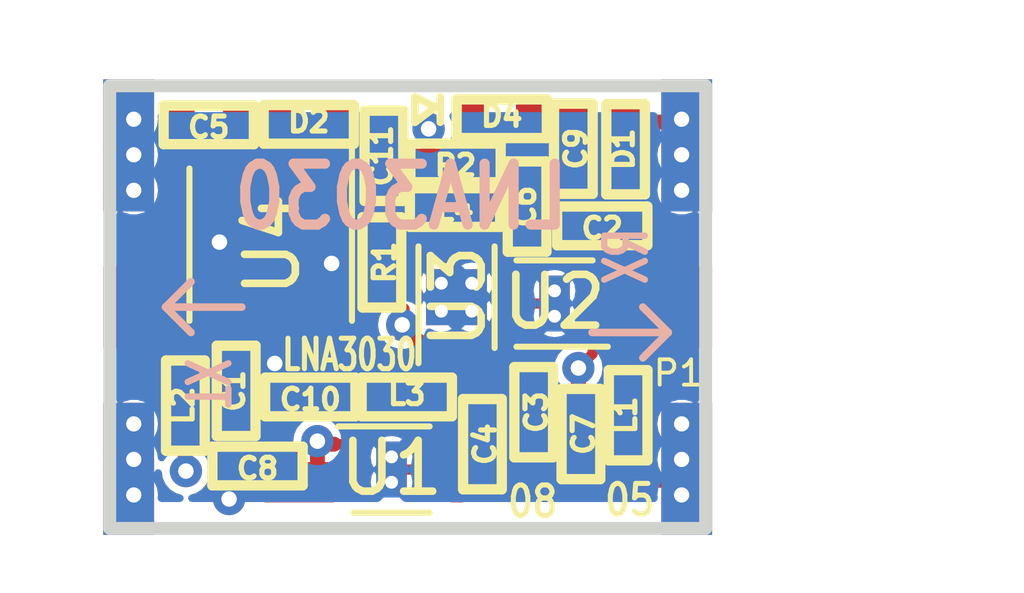
<source format=kicad_pcb>
(kicad_pcb (version 20221018) (generator pcbnew)
  (title_block (title "LNA3030") (date "2020-08-05") (company "Copyright (c) 2014-2020 Great Scott Gadgets <info@greatscottgadgets.com>") (comment 1 "Licensed under the CERN-OHL-P v2"))
  (layers (0 "F.Cu" signal) (1 "In1.Cu" signal) (2 "In2.Cu" signal) (31 "B.Cu" signal) (34 "B.Paste" user) (35 "F.Paste" user) (36 "B.SilkS" user "B.Silkscreen") (37 "F.SilkS" user "F.Silkscreen") (38 "B.Mask" user) (39 "F.Mask" user) (44 "Edge.Cuts" user))
  (net 0 "")
  (net 1 "GND")
  (net 2 "VCC")
  (net 3 "Net-(C1-Pad1)")
  (net 4 "Net-(C1-Pad2)")
  (net 5 "Net-(C2-Pad1)")
  (net 6 "Net-(C2-Pad2)")
  (net 7 "Net-(C5-Pad1)")
  (net 8 "Net-(C5-Pad2)")
  (net 9 "Net-(C10-Pad2)")
  (net 10 "Net-(D4-Pad2)")
  (net 11 "Net-(C6-Pad1)")
  (net 12 "Net-(C6-Pad2)")
  (net 13 "Net-(R1-Pad2)")
  (net 14 "Net-(C3-Pad1)")
  (net 15 "Net-(C3-Pad2)")
  (net 16 "Net-(C4-Pad1)")
  (net 17 "Net-(C4-Pad2)")
  (footprint "gsg-modules:0402" (layer "F.Cu") (at 134.28 102.5 90)
    (fp_text reference "C7" (at 0 0.0508 90) (layer "F.SilkS") (effects (font (size 0.4064 0.4064) (thickness 0.1016))))
    (fp_text value "100pF" hide)
    (fp_line (start -0.889 -0.381) (end 0.889 -0.381) (stroke (width 0.2032)) (layer "F.SilkS"))
    (fp_line (start -0.889 0.381) (end -0.889 -0.381) (stroke (width 0.2032)) (layer "F.SilkS"))
    (fp_line (start 0.889 -0.381) (end 0.889 0.381) (stroke (width 0.2032)) (layer "F.SilkS"))
    (fp_line (start 0.889 0.381) (end -0.889 0.381) (stroke (width 0.2032)) (layer "F.SilkS"))
    (pad "1" smd rect (at -0.5334 0 90) (size 0.508 0.5588) (layers "F.Cu" "F.Paste" "F.Mask") (net 1 "GND"))
    (pad "2" smd rect (at 0.5334 0 90) (size 0.508 0.5588) (layers "F.Cu" "F.Paste" "F.Mask") (net 2 "VCC"))
  )
  (footprint "gsg-modules:0402" (layer "F.Cu") (at 126.95 96.41)
    (fp_text reference "C5" (at 0 0.0508) (layer "F.SilkS") (effects (font (size 0.4064 0.4064) (thickness 0.1016))))
    (fp_text value "47pF" hide)
    (fp_line (start -0.889 -0.381) (end 0.889 -0.381) (stroke (width 0.2032)) (layer "F.SilkS"))
    (fp_line (start -0.889 0.381) (end -0.889 -0.381) (stroke (width 0.2032)) (layer "F.SilkS"))
    (fp_line (start 0.889 -0.381) (end 0.889 0.381) (stroke (width 0.2032)) (layer "F.SilkS"))
    (fp_line (start 0.889 0.381) (end -0.889 0.381) (stroke (width 0.2032)) (layer "F.SilkS"))
    (pad "1" smd rect (at -0.5334 0) (size 0.508 0.5588) (layers "F.Cu" "F.Paste" "F.Mask") (net 7 "Net-(C5-Pad1)"))
    (pad "2" smd rect (at 0.5334 0) (size 0.508 0.5588) (layers "F.Cu" "F.Paste" "F.Mask") (net 8 "Net-(C5-Pad2)"))
  )
  (footprint "gsg-modules:0402" (layer "F.Cu") (at 127.49 101.65 -90)
    (fp_text reference "C1" (at 0 0.0508 90) (layer "F.SilkS") (effects (font (size 0.4064 0.4064) (thickness 0.1016))))
    (fp_text value "47pF" hide)
    (fp_line (start -0.889 -0.381) (end 0.889 -0.381) (stroke (width 0.2032)) (layer "F.SilkS"))
    (fp_line (start -0.889 0.381) (end -0.889 -0.381) (stroke (width 0.2032)) (layer "F.SilkS"))
    (fp_line (start 0.889 -0.381) (end 0.889 0.381) (stroke (width 0.2032)) (layer "F.SilkS"))
    (fp_line (start 0.889 0.381) (end -0.889 0.381) (stroke (width 0.2032)) (layer "F.SilkS"))
    (pad "1" smd rect (at -0.5334 0 270) (size 0.508 0.5588) (layers "F.Cu" "F.Paste" "F.Mask") (net 3 "Net-(C1-Pad1)"))
    (pad "2" smd rect (at 0.5334 0 270) (size 0.508 0.5588) (layers "F.Cu" "F.Paste" "F.Mask") (net 4 "Net-(C1-Pad2)"))
  )
  (footprint "gsg-modules:0402" (layer "F.Cu") (at 128.92 96.4 180)
    (fp_text reference "D2" (at 0 0.0508) (layer "F.SilkS") (effects (font (size 0.4064 0.4064) (thickness 0.1016))))
    (fp_text value "D_TVS" hide)
    (fp_line (start -0.889 -0.381) (end 0.889 -0.381) (stroke (width 0.2032)) (layer "F.SilkS"))
    (fp_line (start -0.889 0.381) (end -0.889 -0.381) (stroke (width 0.2032)) (layer "F.SilkS"))
    (fp_line (start 0.889 -0.381) (end 0.889 0.381) (stroke (width 0.2032)) (layer "F.SilkS"))
    (fp_line (start 0.889 0.381) (end -0.889 0.381) (stroke (width 0.2032)) (layer "F.SilkS"))
    (pad "1" smd rect (at -0.5334 0 180) (size 0.508 0.5588) (layers "F.Cu" "F.Paste" "F.Mask") (net 1 "GND"))
    (pad "2" smd rect (at 0.5334 0 180) (size 0.508 0.5588) (layers "F.Cu" "F.Paste" "F.Mask") (net 8 "Net-(C5-Pad2)"))
  )
  (footprint "gsg-modules:0402" (layer "F.Cu") (at 128.95 101.77)
    (fp_text reference "C10" (at 0 0.0508) (layer "F.SilkS") (effects (font (size 0.4064 0.4064) (thickness 0.1016))))
    (fp_text value "1uF" hide)
    (fp_line (start -0.889 -0.381) (end 0.889 -0.381) (stroke (width 0.2032)) (layer "F.SilkS"))
    (fp_line (start -0.889 0.381) (end -0.889 -0.381) (stroke (width 0.2032)) (layer "F.SilkS"))
    (fp_line (start 0.889 -0.381) (end 0.889 0.381) (stroke (width 0.2032)) (layer "F.SilkS"))
    (fp_line (start 0.889 0.381) (end -0.889 0.381) (stroke (width 0.2032)) (layer "F.SilkS"))
    (pad "1" smd rect (at -0.5334 0) (size 0.508 0.5588) (layers "F.Cu" "F.Paste" "F.Mask") (net 1 "GND"))
    (pad "2" smd rect (at 0.5334 0) (size 0.508 0.5588) (layers "F.Cu" "F.Paste" "F.Mask") (net 9 "Net-(C10-Pad2)"))
  )
  (footprint "gsg-modules:0402" (layer "F.Cu") (at 133.22 98.02 -90)
    (fp_text reference "C6" (at 0 0.0508 90) (layer "F.SilkS") (effects (font (size 0.4064 0.4064) (thickness 0.1016))))
    (fp_text value "47pF" hide)
    (fp_line (start -0.889 -0.381) (end 0.889 -0.381) (stroke (width 0.2032)) (layer "F.SilkS"))
    (fp_line (start -0.889 0.381) (end -0.889 -0.381) (stroke (width 0.2032)) (layer "F.SilkS"))
    (fp_line (start 0.889 -0.381) (end 0.889 0.381) (stroke (width 0.2032)) (layer "F.SilkS"))
    (fp_line (start 0.889 0.381) (end -0.889 0.381) (stroke (width 0.2032)) (layer "F.SilkS"))
    (pad "1" smd rect (at -0.5334 0 270) (size 0.508 0.5588) (layers "F.Cu" "F.Paste" "F.Mask") (net 11 "Net-(C6-Pad1)"))
    (pad "2" smd rect (at 0.5334 0 270) (size 0.508 0.5588) (layers "F.Cu" "F.Paste" "F.Mask") (net 12 "Net-(C6-Pad2)"))
  )
  (footprint "gsg-modules:0402" (layer "F.Cu") (at 134.7 98.4)
    (fp_text reference "C2" (at 0 0.0508) (layer "F.SilkS") (effects (font (size 0.4064 0.4064) (thickness 0.1016))))
    (fp_text value "47pF" hide)
    (fp_line (start -0.889 -0.381) (end 0.889 -0.381) (stroke (width 0.2032)) (layer "F.SilkS"))
    (fp_line (start -0.889 0.381) (end -0.889 -0.381) (stroke (width 0.2032)) (layer "F.SilkS"))
    (fp_line (start 0.889 -0.381) (end 0.889 0.381) (stroke (width 0.2032)) (layer "F.SilkS"))
    (fp_line (start 0.889 0.381) (end -0.889 0.381) (stroke (width 0.2032)) (layer "F.SilkS"))
    (pad "1" smd rect (at -0.5334 0) (size 0.508 0.5588) (layers "F.Cu" "F.Paste" "F.Mask") (net 5 "Net-(C2-Pad1)"))
    (pad "2" smd rect (at 0.5334 0) (size 0.508 0.5588) (layers "F.Cu" "F.Paste" "F.Mask") (net 6 "Net-(C2-Pad2)"))
  )
  (footprint "gsg-modules:0402" (layer "F.Cu") (at 130.4 97.02 -90)
    (fp_text reference "C11" (at 0 0.0508 90) (layer "F.SilkS") (effects (font (size 0.4064 0.4064) (thickness 0.1016))))
    (fp_text value "1uF" hide)
    (fp_line (start -0.889 -0.381) (end 0.889 -0.381) (stroke (width 0.2032)) (layer "F.SilkS"))
    (fp_line (start -0.889 0.381) (end -0.889 -0.381) (stroke (width 0.2032)) (layer "F.SilkS"))
    (fp_line (start 0.889 -0.381) (end 0.889 0.381) (stroke (width 0.2032)) (layer "F.SilkS"))
    (fp_line (start 0.889 0.381) (end -0.889 0.381) (stroke (width 0.2032)) (layer "F.SilkS"))
    (pad "1" smd rect (at -0.5334 0 270) (size 0.508 0.5588) (layers "F.Cu" "F.Paste" "F.Mask") (net 1 "GND"))
    (pad "2" smd rect (at 0.5334 0 270) (size 0.508 0.5588) (layers "F.Cu" "F.Paste" "F.Mask") (net 2 "VCC"))
  )
  (footprint "gsg-modules:0402" (layer "F.Cu") (at 130.36 99.12 90)
    (fp_text reference "R1" (at 0 0.0508 90) (layer "F.SilkS") (effects (font (size 0.4064 0.4064) (thickness 0.1016))))
    (fp_text value "3k" hide)
    (fp_line (start -0.889 -0.381) (end 0.889 -0.381) (stroke (width 0.2032)) (layer "F.SilkS"))
    (fp_line (start -0.889 0.381) (end -0.889 -0.381) (stroke (width 0.2032)) (layer "F.SilkS"))
    (fp_line (start 0.889 -0.381) (end 0.889 0.381) (stroke (width 0.2032)) (layer "F.SilkS"))
    (fp_line (start 0.889 0.381) (end -0.889 0.381) (stroke (width 0.2032)) (layer "F.SilkS"))
    (pad "1" smd rect (at -0.5334 0 90) (size 0.508 0.5588) (layers "F.Cu" "F.Paste" "F.Mask") (net 2 "VCC"))
    (pad "2" smd rect (at 0.5334 0 90) (size 0.508 0.5588) (layers "F.Cu" "F.Paste" "F.Mask") (net 13 "Net-(R1-Pad2)"))
  )
  (footprint "gsg-modules:0402" (layer "F.Cu") (at 131.81 97.16)
    (fp_text reference "R2" (at 0 0.0508) (layer "F.SilkS") (effects (font (size 0.4064 0.4064) (thickness 0.1016))))
    (fp_text value "470" hide)
    (fp_line (start -0.889 -0.381) (end 0.889 -0.381) (stroke (width 0.2032)) (layer "F.SilkS"))
    (fp_line (start -0.889 0.381) (end -0.889 -0.381) (stroke (width 0.2032)) (layer "F.SilkS"))
    (fp_line (start 0.889 -0.381) (end 0.889 0.381) (stroke (width 0.2032)) (layer "F.SilkS"))
    (fp_line (start 0.889 0.381) (end -0.889 0.381) (stroke (width 0.2032)) (layer "F.SilkS"))
    (pad "1" smd rect (at -0.5334 0) (size 0.508 0.5588) (layers "F.Cu" "F.Paste" "F.Mask") (net 2 "VCC"))
    (pad "2" smd rect (at 0.5334 0) (size 0.508 0.5588) (layers "F.Cu" "F.Paste" "F.Mask") (net 10 "Net-(D4-Pad2)"))
  )
  (footprint "gsg-modules:0402" (layer "F.Cu") (at 135.16 96.89 -90)
    (fp_text reference "D1" (at 0 0.0508 90) (layer "F.SilkS") (effects (font (size 0.4064 0.4064) (thickness 0.1016))))
    (fp_text value "D_TVS" hide)
    (fp_line (start -0.889 -0.381) (end 0.889 -0.381) (stroke (width 0.2032)) (layer "F.SilkS"))
    (fp_line (start -0.889 0.381) (end -0.889 -0.381) (stroke (width 0.2032)) (layer "F.SilkS"))
    (fp_line (start 0.889 -0.381) (end 0.889 0.381) (stroke (width 0.2032)) (layer "F.SilkS"))
    (fp_line (start 0.889 0.381) (end -0.889 0.381) (stroke (width 0.2032)) (layer "F.SilkS"))
    (pad "1" smd rect (at -0.5334 0 270) (size 0.508 0.5588) (layers "F.Cu" "F.Paste" "F.Mask") (net 1 "GND"))
    (pad "2" smd rect (at 0.5334 0 270) (size 0.508 0.5588) (layers "F.Cu" "F.Paste" "F.Mask") (net 6 "Net-(C2-Pad2)"))
  )
  (footprint "gsg-modules:0402" (layer "F.Cu") (at 130.85 101.77 180)
    (fp_text reference "L3" (at 0 0.0508) (layer "F.SilkS") (effects (font (size 0.4064 0.4064) (thickness 0.1016))))
    (fp_text value "100nH" hide)
    (fp_line (start -0.889 -0.381) (end 0.889 -0.381) (stroke (width 0.2032)) (layer "F.SilkS"))
    (fp_line (start -0.889 0.381) (end -0.889 -0.381) (stroke (width 0.2032)) (layer "F.SilkS"))
    (fp_line (start 0.889 -0.381) (end 0.889 0.381) (stroke (width 0.2032)) (layer "F.SilkS"))
    (fp_line (start 0.889 0.381) (end -0.889 0.381) (stroke (width 0.2032)) (layer "F.SilkS"))
    (pad "1" smd rect (at -0.5334 0 180) (size 0.508 0.5588) (layers "F.Cu" "F.Paste" "F.Mask") (net 17 "Net-(C4-Pad2)"))
    (pad "2" smd rect (at 0.5334 0 180) (size 0.508 0.5588) (layers "F.Cu" "F.Paste" "F.Mask") (net 9 "Net-(C10-Pad2)"))
  )
  (footprint "gsg-modules:GRF6011" (layer "F.Cu") (at 133.76 99.93 180)
    (fp_text reference "U2" (at 0 0.03) (layer "F.SilkS"))
    (fp_text value "SWITCH")
    (fp_line (start 0.75 -0.85) (end -1.05 -0.85) (stroke (width 0.12)) (layer "F.SilkS"))
    (fp_line (start 0.75 0.85) (end -0.75 0.85) (stroke (width 0.12)) (layer "F.SilkS"))
    (pad "1" smd rect (at -0.75 -0.5 180) (size 0.4 0.2) (layers "F.Cu" "F.Paste" "F.Mask") (net 2 "VCC"))
    (pad "2" smd rect (at -0.75 0 180) (size 0.4 0.2) (layers "F.Cu" "F.Paste" "F.Mask") (net 2 "VCC"))
    (pad "3" smd rect (at -0.75 0.5 180) (size 0.4 0.2) (layers "F.Cu" "F.Paste" "F.Mask") (net 5 "Net-(C2-Pad1)"))
    (pad "4" smd rect (at 0.75 0.5 180) (size 0.4 0.2) (layers "F.Cu" "F.Paste" "F.Mask") (net 12 "Net-(C6-Pad2)"))
    (pad "5" smd rect (at 0.75 0 180) (size 0.4 0.2) (layers "F.Cu" "F.Paste" "F.Mask") (net 1 "GND"))
    (pad "6" smd rect (at 0.75 -0.5 180) (size 0.4 0.2) (layers "F.Cu" "F.Paste" "F.Mask") (net 15 "Net-(C3-Pad2)"))
    (pad "7" smd rect (at 0 -0.45 180) (size 0.6 0.2) (layers "F.Cu" "F.Paste") (net 1 "GND"))
    (pad "7" thru_hole circle (at 0 -0.25 180) (size 0.508 0.508) (drill 0.254) (layers "*.Cu" "*.Mask") (net 1 "GND"))
    (pad "7" smd rect (at 0 0 180) (size 0.6 0.3) (layers "F.Cu" "F.Paste") (net 1 "GND"))
    (pad "7" smd rect (at 0 0 180) (size 0.6 1.1) (layers "F.Cu" "F.Mask") (net 1 "GND"))
    (pad "7" smd rect (at 0 0 180) (size 0.6 1.1) (layers "B.Cu") (net 1 "GND"))
    (pad "7" thru_hole circle (at 0 0.25 180) (size 0.508 0.508) (drill 0.254) (layers "*.Cu" "*.Mask") (net 1 "GND"))
    (pad "7" smd rect (at 0 0.45 180) (size 0.6 0.2) (layers "F.Cu" "F.Paste") (net 1 "GND"))
  )
  (footprint "gsg-modules:TSLP-7-1" (layer "F.Cu") (at 131.83 99.805)
    (fp_text reference "U3" (at 0.03 -0.01 90) (layer "F.SilkS"))
    (fp_text value "LNA")
    (fp_line (start -0.75 -1) (end -0.75 1.3) (stroke (width 0.12)) (layer "F.SilkS"))
    (fp_line (start 0.75 -1) (end 0.75 1) (stroke (width 0.12)) (layer "F.SilkS"))
    (pad "1" smd rect (at -0.5 0.925) (size 0.3 0.35) (layers "F.Cu" "F.Paste" "F.Mask") (net 2 "VCC"))
    (pad "2" smd rect (at 0 0.925) (size 0.3 0.35) (layers "F.Cu" "F.Paste" "F.Mask") (net 9 "Net-(C10-Pad2)"))
    (pad "3" smd rect (at 0.5 0.925) (size 0.3 0.35) (layers "F.Cu" "F.Paste" "F.Mask") (net 17 "Net-(C4-Pad2)"))
    (pad "4" smd rect (at 0.5 -0.925) (size 0.3 0.35) (layers "F.Cu" "F.Paste" "F.Mask") (net 11 "Net-(C6-Pad1)"))
    (pad "5" smd rect (at 0 -0.925) (size 0.3 0.35) (layers "F.Cu" "F.Paste" "F.Mask") (net 2 "VCC"))
    (pad "6" smd rect (at -0.5 -0.925) (size 0.3 0.35) (layers "F.Cu" "F.Paste" "F.Mask") (net 13 "Net-(R1-Pad2)"))
    (pad "7" smd rect (at -0.45 -0.4) (size 0.3 0.3) (layers "F.Cu" "F.Paste") (net 1 "GND"))
    (pad "7" smd rect (at -0.45 0) (size 0.3 0.3) (layers "F.Cu" "F.Paste") (net 1 "GND"))
    (pad "7" smd rect (at -0.45 0.4) (size 0.3 0.3) (layers "F.Cu" "F.Paste") (net 1 "GND"))
    (pad "7" thru_hole circle (at -0.3 -0.275) (size 0.5 0.5) (drill 0.254) (layers "*.Cu" "*.Mask") (net 1 "GND"))
    (pad "7" thru_hole circle (at -0.3 0.275) (size 0.5 0.5) (drill 0.254) (layers "*.Cu" "*.Mask") (net 1 "GND"))
    (pad "7" smd rect (at 0 -0.4) (size 0.3 0.3) (layers "F.Cu" "F.Paste") (net 1 "GND"))
    (pad "7" smd rect (at 0 0) (size 0.3 0.3) (layers "F.Cu" "F.Paste") (net 1 "GND"))
    (pad "7" smd rect (at 0 0) (size 1.2 1.1) (layers "F.Cu" "F.Mask") (net 1 "GND"))
    (pad "7" smd rect (at 0 0) (size 1.2 1.1) (layers "B.Cu") (net 1 "GND"))
    (pad "7" smd rect (at 0 0.4) (size 0.3 0.3) (layers "F.Cu" "F.Paste") (net 1 "GND"))
    (pad "7" thru_hole circle (at 0.3 -0.275) (size 0.5 0.5) (drill 0.254) (layers "*.Cu" "*.Mask") (net 1 "GND"))
    (pad "7" thru_hole circle (at 0.3 0.275) (size 0.5 0.5) (drill 0.254) (layers "*.Cu" "*.Mask") (net 1 "GND"))
    (pad "7" smd rect (at 0.45 -0.4) (size 0.3 0.3) (layers "F.Cu" "F.Paste") (net 1 "GND"))
    (pad "7" smd rect (at 0.45 0) (size 0.3 0.3) (layers "F.Cu" "F.Paste") (net 1 "GND"))
    (pad "7" smd rect (at 0.45 0.4) (size 0.3 0.3) (layers "F.Cu" "F.Paste") (net 1 "GND"))
  )
  (footprint "gsg-modules:0402" (layer "F.Cu") (at 135.21 102.13 -90)
    (fp_text reference "L1" (at 0 0.0508 90) (layer "F.SilkS") (effects (font (size 0.4064 0.4064) (thickness 0.1016))))
    (fp_text value "100nH" hide)
    (fp_line (start -0.889 -0.381) (end 0.889 -0.381) (stroke (width 0.2032)) (layer "F.SilkS"))
    (fp_line (start -0.889 0.381) (end -0.889 -0.381) (stroke (width 0.2032)) (layer "F.SilkS"))
    (fp_line (start 0.889 -0.381) (end 0.889 0.381) (stroke (width 0.2032)) (layer "F.SilkS"))
    (fp_line (start 0.889 0.381) (end -0.889 0.381) (stroke (width 0.2032)) (layer "F.SilkS"))
    (pad "1" smd rect (at -0.5334 0 270) (size 0.508 0.5588) (layers "F.Cu" "F.Paste" "F.Mask") (net 6 "Net-(C2-Pad2)"))
    (pad "2" smd rect (at 0.5334 0 270) (size 0.508 0.5588) (layers "F.Cu" "F.Paste" "F.Mask") (net 2 "VCC"))
  )
  (footprint "gsg-modules:0402" (layer "F.Cu") (at 131.8 98.04)
    (fp_text reference "L4" (at 0 0.0508) (layer "F.SilkS") (effects (font (size 0.4064 0.4064) (thickness 0.1016))))
    (fp_text value "100nH" hide)
    (fp_line (start -0.889 -0.381) (end 0.889 -0.381) (stroke (width 0.2032)) (layer "F.SilkS"))
    (fp_line (start -0.889 0.381) (end -0.889 -0.381) (stroke (width 0.2032)) (layer "F.SilkS"))
    (fp_line (start 0.889 -0.381) (end 0.889 0.381) (stroke (width 0.2032)) (layer "F.SilkS"))
    (fp_line (start 0.889 0.381) (end -0.889 0.381) (stroke (width 0.2032)) (layer "F.SilkS"))
    (pad "1" smd rect (at -0.5334 0) (size 0.508 0.5588) (layers "F.Cu" "F.Paste" "F.Mask") (net 2 "VCC"))
    (pad "2" smd rect (at 0.5334 0) (size 0.508 0.5588) (layers "F.Cu" "F.Paste" "F.Mask") (net 11 "Net-(C6-Pad1)"))
  )
  (footprint "gsg-modules:0402" (layer "F.Cu") (at 134.13 96.88 90)
    (fp_text reference "C9" (at 0 0.0508 90) (layer "F.SilkS") (effects (font (size 0.4064 0.4064) (thickness 0.1016))))
    (fp_text value "1pF" hide)
    (fp_line (start -0.889 -0.381) (end 0.889 -0.381) (stroke (width 0.2032)) (layer "F.SilkS"))
    (fp_line (start -0.889 0.381) (end -0.889 -0.381) (stroke (width 0.2032)) (layer "F.SilkS"))
    (fp_line (start 0.889 -0.381) (end 0.889 0.381) (stroke (width 0.2032)) (layer "F.SilkS"))
    (fp_line (start 0.889 0.381) (end -0.889 0.381) (stroke (width 0.2032)) (layer "F.SilkS"))
    (pad "1" smd rect (at -0.5334 0 90) (size 0.508 0.5588) (layers "F.Cu" "F.Paste" "F.Mask") (net 5 "Net-(C2-Pad1)"))
    (pad "2" smd rect (at 0.5334 0 90) (size 0.508 0.5588) (layers "F.Cu" "F.Paste" "F.Mask") (net 1 "GND"))
  )
  (footprint "LNA3030:DCC6C" (layer "F.Cu") (at 128.17 98.77 -90)
    (fp_text reference "U4" (at 0 -0.03 90) (layer "F.SilkS"))
    (fp_text value "SAW-DCC6C")
    (fp_line (start -1.9 -1.6) (end 1.5 -1.6) (stroke (width 0.12)) (layer "F.SilkS"))
    (fp_line (start 1.5 1.6) (end -1.5 1.6) (stroke (width 0.12)) (layer "F.SilkS"))
    (pad "1" smd rect (at -0.85 -1.2 270) (size 1.75 0.65) (layers "F.Cu" "F.Paste" "F.Mask") (net 1 "GND"))
    (pad "2" smd rect (at -1.225 0 270) (size 1 0.65) (layers "F.Cu" "F.Paste" "F.Mask") (net 8 "Net-(C5-Pad2)"))
    (pad "3" smd rect (at -1.225 1.2 270) (size 1 0.65) (layers "F.Cu" "F.Paste" "F.Mask") (net 1 "GND"))
    (pad "4" smd rect (at 1.225 1.2 90) (size 1 0.65) (layers "F.Cu" "F.Paste" "F.Mask") (net 1 "GND"))
    (pad "5" smd rect (at 1.225 0 270) (size 1 0.65) (layers "F.Cu" "F.Paste" "F.Mask") (net 3 "Net-(C1-Pad1)"))
    (pad "6" smd rect (at 1.225 -1.2 270) (size 1 0.65) (layers "F.Cu" "F.Paste" "F.Mask") (net 1 "GND"))
  )
  (footprint "gsg-modules:0402" (layer "F.Cu") (at 126.49 101.94 -90)
    (fp_text reference "L2" (at 0 0.0508 90) (layer "F.SilkS") (effects (font (size 0.4064 0.4064) (thickness 0.1016))))
    (fp_text value "100nH" hide)
    (fp_line (start -0.889 -0.381) (end 0.889 -0.381) (stroke (width 0.2032)) (layer "F.SilkS"))
    (fp_line (start -0.889 0.381) (end -0.889 -0.381) (stroke (width 0.2032)) (layer "F.SilkS"))
    (fp_line (start 0.889 -0.381) (end 0.889 0.381) (stroke (width 0.2032)) (layer "F.SilkS"))
    (fp_line (start 0.889 0.381) (end -0.889 0.381) (stroke (width 0.2032)) (layer "F.SilkS"))
    (pad "1" smd rect (at -0.5334 0 270) (size 0.508 0.5588) (layers "F.Cu" "F.Paste" "F.Mask") (net 7 "Net-(C5-Pad1)"))
    (pad "2" smd rect (at 0.5334 0 270) (size 0.508 0.5588) (layers "F.Cu" "F.Paste" "F.Mask") (net 2 "VCC"))
  )
  (footprint "gsg-modules:0402" (layer "F.Cu") (at 132.72 96.29 180)
    (fp_text reference "D4" (at 0 0.0508) (layer "F.SilkS") (effects (font (size 0.4064 0.4064) (thickness 0.1016))))
    (fp_text value "LNALED" hide)
    (fp_line (start -0.889 -0.381) (end 0.889 -0.381) (stroke (width 0.2032)) (layer "F.SilkS"))
    (fp_line (start -0.889 0.381) (end -0.889 -0.381) (stroke (width 0.2032)) (layer "F.SilkS"))
    (fp_line (start 0.889 -0.381) (end 0.889 0.381) (stroke (width 0.2032)) (layer "F.SilkS"))
    (fp_line (start 0.889 0.381) (end -0.889 0.381) (stroke (width 0.2032)) (layer "F.SilkS"))
    (pad "1" smd rect (at -0.5334 0 180) (size 0.508 0.5588) (layers "F.Cu" "F.Paste" "F.Mask") (net 1 "GND"))
    (pad "2" smd rect (at 0.5334 0 180) (size 0.508 0.5588) (layers "F.Cu" "F.Paste" "F.Mask") (net 10 "Net-(D4-Pad2)"))
  )
  (footprint "gsg-modules:SMA-KIT-1.5MF" (layer "F.Cu") (at 136.863 100 180)
    (fp_text reference "P1" (at 0.663 -1.3) (layer "F.SilkS") (effects (font (size 0.5 0.5) (thickness 0.075))))
    (fp_text value "SMA-KIT-1.5MF")
    (pad "1" smd rect (at 0.75 0 180) (size 1.5 1.6) (layers "F.Cu" "F.Mask") (net 6 "Net-(C2-Pad2)"))
    (pad "2" smd rect (at 0.5 -3.185 180) (size 1 2.6) (layers "F.Cu" "F.Mask") (net 1 "GND"))
    (pad "2" smd rect (at 0.5 -3.185 180) (size 1 2.6) (layers "B.Cu" "B.Mask") (net 1 "GND"))
    (pad "2" smd rect (at 0.5 3.185 180) (size 1 2.6) (layers "F.Cu" "F.Mask") (net 1 "GND"))
    (pad "2" smd rect (at 0.5 3.185 180) (size 1 2.6) (layers "B.Cu" "B.Mask") (net 1 "GND"))
    (pad "2" thru_hole circle (at 0.6 -3.7 180) (size 0.64 0.64) (drill 0.3) (layers "*.Cu" "*.Mask") (net 1 "GND"))
    (pad "2" thru_hole circle (at 0.6 -3 180) (size 0.64 0.64) (drill 0.3) (layers "*.Cu" "*.Mask") (net 1 "GND"))
    (pad "2" thru_hole circle (at 0.6 -2.3 180) (size 0.64 0.64) (drill 0.3) (layers "*.Cu" "*.Mask") (net 1 "GND"))
    (pad "2" thru_hole circle (at 0.6 2.3 180) (size 0.64 0.64) (drill 0.3) (layers "*.Cu" "*.Mask") (net 1 "GND"))
    (pad "2" thru_hole circle (at 0.6 3 180) (size 0.64 0.64) (drill 0.3) (layers "*.Cu" "*.Mask") (net 1 "GND"))
    (pad "2" thru_hole circle (at 0.6 3.7 180) (size 0.64 0.64) (drill 0.3) (layers "*.Cu" "*.Mask") (net 1 "GND"))
    (pad "3" smd rect (at 11.24 0) (size 1.5 1.6) (layers "F.Cu" "F.Mask") (net 7 "Net-(C5-Pad1)"))
    (pad "4" thru_hole circle (at 11.39 -3.7) (size 0.64 0.64) (drill 0.3) (layers "*.Cu" "*.Mask") (net 1 "GND"))
    (pad "4" thru_hole circle (at 11.39 -3) (size 0.64 0.64) (drill 0.3) (layers "*.Cu" "*.Mask") (net 1 "GND"))
    (pad "4" thru_hole circle (at 11.39 -2.3) (size 0.64 0.64) (drill 0.3) (layers "*.Cu" "*.Mask") (net 1 "GND"))
    (pad "4" thru_hole circle (at 11.39 2.3) (size 0.64 0.64) (drill 0.3) (layers "*.Cu" "*.Mask") (net 1 "GND"))
    (pad "4" thru_hole circle (at 11.39 3) (size 0.64 0.64) (drill 0.3) (layers "*.Cu" "*.Mask") (net 1 "GND"))
    (pad "4" thru_hole circle (at 11.39 3.7) (size 0.64 0.64) (drill 0.3) (layers "*.Cu" "*.Mask") (net 1 "GND"))
    (pad "4" smd rect (at 11.49 -3.185) (size 1 2.6) (layers "F.Cu" "F.Mask") (net 1 "GND"))
    (pad "4" smd rect (at 11.49 -3.185) (size 1 2.6) (layers "B.Cu" "B.Mask") (net 1 "GND"))
    (pad "4" smd rect (at 11.49 3.185) (size 1 2.6) (layers "F.Cu" "F.Mask") (net 1 "GND"))
    (pad "4" smd rect (at 11.49 3.185) (size 1 2.6) (layers "B.Cu" "B.Mask") (net 1 "GND"))
  )
  (footprint "gsg-modules:0402" (layer "F.Cu") (at 133.35 102.07 90)
    (fp_text reference "C3" (at 0 0.0508 90) (layer "F.SilkS") (effects (font (size 0.4064 0.4064) (thickness 0.1016))))
    (fp_text value "47pF" hide)
    (fp_line (start -0.889 -0.381) (end 0.889 -0.381) (stroke (width 0.2032)) (layer "F.SilkS"))
    (fp_line (start -0.889 0.381) (end -0.889 -0.381) (stroke (width 0.2032)) (layer "F.SilkS"))
    (fp_line (start 0.889 -0.381) (end 0.889 0.381) (stroke (width 0.2032)) (layer "F.SilkS"))
    (fp_line (start 0.889 0.381) (end -0.889 0.381) (stroke (width 0.2032)) (layer "F.SilkS"))
    (pad "1" smd rect (at -0.5334 0 90) (size 0.508 0.5588) (layers "F.Cu" "F.Paste" "F.Mask") (net 14 "Net-(C3-Pad1)"))
    (pad "2" smd rect (at 0.5334 0 90) (size 0.508 0.5588) (layers "F.Cu" "F.Paste" "F.Mask") (net 15 "Net-(C3-Pad2)"))
  )
  (footprint "gsg-modules:0402" (layer "F.Cu") (at 127.91 103.13)
    (fp_text reference "C8" (at 0 0.0508) (layer "F.SilkS") (effects (font (size 0.4064 0.4064) (thickness 0.1016))))
    (fp_text value "100pF" hide)
    (fp_line (start -0.889 -0.381) (end 0.889 -0.381) (stroke (width 0.2032)) (layer "F.SilkS"))
    (fp_line (start -0.889 0.381) (end -0.889 -0.381) (stroke (width 0.2032)) (layer "F.SilkS"))
    (fp_line (start 0.889 -0.381) (end 0.889 0.381) (stroke (width 0.2032)) (layer "F.SilkS"))
    (fp_line (start 0.889 0.381) (end -0.889 0.381) (stroke (width 0.2032)) (layer "F.SilkS"))
    (pad "1" smd rect (at -0.5334 0) (size 0.508 0.5588) (layers "F.Cu" "F.Paste" "F.Mask") (net 1 "GND"))
    (pad "2" smd rect (at 0.5334 0) (size 0.508 0.5588) (layers "F.Cu" "F.Paste" "F.Mask") (net 2 "VCC"))
  )
  (footprint "gsg-modules:0402" (layer "F.Cu") (at 132.34 102.7 90)
    (fp_text reference "C4" (at 0 0.0508 90) (layer "F.SilkS") (effects (font (size 0.4064 0.4064) (thickness 0.1016))))
    (fp_text value "47pF" hide)
    (fp_line (start -0.889 -0.381) (end 0.889 -0.381) (stroke (width 0.2032)) (layer "F.SilkS"))
    (fp_line (start -0.889 0.381) (end -0.889 -0.381) (stroke (width 0.2032)) (layer "F.SilkS"))
    (fp_line (start 0.889 -0.381) (end 0.889 0.381) (stroke (width 0.2032)) (layer "F.SilkS"))
    (fp_line (start 0.889 0.381) (end -0.889 0.381) (stroke (width 0.2032)) (layer "F.SilkS"))
    (pad "1" smd rect (at -0.5334 0 90) (size 0.508 0.5588) (layers "F.Cu" "F.Paste" "F.Mask") (net 16 "Net-(C4-Pad1)"))
    (pad "2" smd rect (at 0.5334 0 90) (size 0.508 0.5588) (layers "F.Cu" "F.Paste" "F.Mask") (net 17 "Net-(C4-Pad2)"))
  )
  (footprint "gsg-modules:GRF6011" (layer "F.Cu") (at 130.55 103.2)
    (fp_text reference "U1" (at 0 -0.03) (layer "F.SilkS"))
    (fp_text value "SWITCH")
    (fp_line (start 0.75 -0.85) (end -1.05 -0.85) (stroke (width 0.12)) (layer "F.SilkS"))
    (fp_line (start 0.75 0.85) (end -0.75 0.85) (stroke (width 0.12)) (layer "F.SilkS"))
    (pad "1" smd rect (at -0.75 -0.5) (size 0.4 0.2) (layers "F.Cu" "F.Paste" "F.Mask") (net 2 "VCC"))
    (pad "2" smd rect (at -0.75 0) (size 0.4 0.2) (layers "F.Cu" "F.Paste" "F.Mask") (net 2 "VCC"))
    (pad "3" smd rect (at -0.75 0.5) (size 0.4 0.2) (layers "F.Cu" "F.Paste" "F.Mask") (net 4 "Net-(C1-Pad2)"))
    (pad "4" smd rect (at 0.75 0.5) (size 0.4 0.2) (layers "F.Cu" "F.Paste" "F.Mask") (net 16 "Net-(C4-Pad1)"))
    (pad "5" smd rect (at 0.75 0) (size 0.4 0.2) (layers "F.Cu" "F.Paste" "F.Mask") (net 1 "GND"))
    (pad "6" smd rect (at 0.75 -0.5) (size 0.4 0.2) (layers "F.Cu" "F.Paste" "F.Mask") (net 14 "Net-(C3-Pad1)"))
    (pad "7" smd rect (at 0 -0.45) (size 0.6 0.2) (layers "F.Cu" "F.Paste") (net 1 "GND"))
    (pad "7" thru_hole circle (at 0 -0.25) (size 0.508 0.508) (drill 0.254) (layers "*.Cu" "*.Mask") (net 1 "GND"))
    (pad "7" smd rect (at 0 0) (size 0.6 0.3) (layers "F.Cu" "F.Paste") (net 1 "GND"))
    (pad "7" smd rect (at 0 0) (size 0.6 1.1) (layers "F.Cu" "F.Mask") (net 1 "GND"))
    (pad "7" smd rect (at 0 0) (size 0.6 1.1) (layers "B.Cu") (net 1 "GND"))
    (pad "7" thru_hole circle (at 0 0.25) (size 0.508 0.508) (drill 0.254) (layers "*.Cu" "*.Mask") (net 1 "GND"))
    (pad "7" smd rect (at 0 0.45) (size 0.6 0.2) (layers "F.Cu" "F.Paste") (net 1 "GND"))
  )
  (gr_line (start 126.6 99.5) (end 126.1 100) (stroke (width 0.15)) (layer "B.SilkS"))
  (gr_line (start 136 100.5) (end 135.5 101) (stroke (width 0.15)) (layer "B.SilkS"))
  (gr_line (start 136 100.5) (end 135.5 100) (stroke (width 0.15)) (layer "B.SilkS"))
  (gr_line (start 126.1 100) (end 126.6 100.5) (stroke (width 0.15)) (layer "B.SilkS"))
  (gr_line (start 136 100.5) (end 134.5 100.5) (stroke (width 0.15)) (layer "B.SilkS"))
  (gr_line (start 126.1 100) (end 127.6 100) (stroke (width 0.15)) (layer "B.SilkS"))
  (gr_line (start 131.41 96.06) (end 131.01 95.86) (stroke (width 0.15)) (layer "F.SilkS"))
  (gr_line (start 131.51 95.86) (end 131.51 96.36) (stroke (width 0.15)) (layer "F.SilkS"))
  (gr_line (start 131.01 95.86) (end 131.01 96.36) (stroke (width 0.15)) (layer "F.SilkS"))
  (gr_line (start 131.01 96.36) (end 131.41 96.06) (stroke (width 0.15)) (layer "F.SilkS"))
  (gr_line (start 125 95.642) (end 125 104.358) (stroke (width 0.254)) (layer "Edge.Cuts"))
  (gr_line (start 125 104.358) (end 136.736 104.358) (stroke (width 0.254)) (layer "Edge.Cuts"))
  (gr_line (start 136.736 95.642) (end 125 95.642) (stroke (width 0.254)) (layer "Edge.Cuts"))
  (gr_line (start 136.736 104.358) (end 136.736 95.642) (stroke (width 0.254)) (layer "Edge.Cuts"))
  (gr_text "RX" (at 135.175 99 90) (layer "B.SilkS") (effects (font (size 0.8 0.55) (thickness 0.125)) (justify mirror)))
  (gr_text "TX" (at 126.9 101.5 270) (layer "B.SilkS") (effects (font (size 0.8 0.55) (thickness 0.125)) (justify mirror)))
  (gr_text "LNA3030" (at 130.74 97.83) (layer "B.SilkS") (effects (font (size 1.2 1) (thickness 0.2)) (justify mirror)))
  (gr_text "05" (at 135.24 103.8) (layer "F.SilkS") (effects (font (size 0.6 0.5) (thickness 0.1))))
  (gr_text "LNA3030" (at 129.72 100.94) (layer "F.SilkS") (effects (font (size 0.6 0.4) (thickness 0.1))))
  (gr_text "08" (at 133.33 103.83) (layer "F.SilkS") (effects (font (size 0.6 0.5) (thickness 0.1))))
  (segment (start 131.3 103.2) (end 130.55 103.2) (width 0.2) (layer "F.Cu") (net 1))
  (segment (start 136.2064 96.3566) (end 136.263 96.3) (width 0.29337) (layer "F.Cu") (net 1))
  (segment (start 129.54 96.4866) (end 129.4534 96.4) (width 0.29337) (layer "F.Cu") (net 1))
  (segment (start 135.16 96.3566) (end 136.2064 96.3566) (width 0.29337) (layer "F.Cu") (net 1))
  (segment (start 128.4166 101.77) (end 128.25 101.6034) (width 0.29337) (layer "F.Cu") (net 1))
  (segment (start 129.37 99.14) (end 129.37 99.995) (width 0.29337) (layer "F.Cu") (net 1))
  (segment (start 133.2534 96.29) (end 134.0734 96.29) (width 0.29337) (layer "F.Cu") (net 1))
  (segment (start 127.3766 103.08) (end 127.3766 103.7534) (width 0.29337) (layer "F.Cu") (net 1))
  (segment (start 127.16 97.735) (end 127.16 98.72) (width 0.29337) (layer "F.Cu") (net 1))
  (segment (start 127.3766 103.7534) (end 127.35 103.78) (width 0.29337) (layer "F.Cu") (net 1))
  (segment (start 135.15 96.3466) (end 135.16 96.3566) (width 0.29337) (layer "F.Cu") (net 1))
  (segment (start 134.6566 103.41) (end 135.973 103.41) (width 0.29337) (layer "F.Cu") (net 1))
  (segment (start 130.4 96.4866) (end 129.54 96.4866) (width 0.29337) (layer "F.Cu") (net 1))
  (segment (start 134.28 103.0334) (end 134.6566 103.41) (width 0.29337) (layer "F.Cu") (net 1))
  (segment (start 135.973 103.41) (end 136.263 103.7) (width 0.29337) (layer "F.Cu") (net 1))
  (segment (start 126.97 97.545) (end 127.16 97.735) (width 0.29337) (layer "F.Cu") (net 1))
  (segment (start 128.25 101.6034) (end 128.25 101.11) (width 0.29337) (layer "F.Cu") (net 1))
  (segment (start 129.4534 96.4) (end 129.4534 97.8366) (width 0.29337) (layer "F.Cu") (net 1))
  (segment (start 127.16 98.72) (end 127.16 99.805) (width 0.29337) (layer "F.Cu") (net 1))
  (segment (start 129.4534 97.8366) (end 129.37 97.92) (width 0.29337) (layer "F.Cu") (net 1))
  (segment (start 133.01 99.93) (end 133.76 99.93) (width 0.2) (layer "F.Cu") (net 1))
  (segment (start 134.13 96.3466) (end 135.15 96.3466) (width 0.29337) (layer "F.Cu") (net 1))
  (segment (start 129.37 97.92) (end 129.37 99.14) (width 0.29337) (layer "F.Cu") (net 1))
  (segment (start 127.16 99.805) (end 126.97 99.995) (width 0.29337) (layer "F.Cu") (net 1))
  (segment (start 134.0734 96.29) (end 134.13 96.3466) (width 0.29337) (layer "F.Cu") (net 1))
  (via (at 127.35 103.78) (size 0.635) (drill 0.3048) (layers "F.Cu" "B.Cu") (net 1))
  (via (at 127.16 98.72) (size 0.635) (drill 0.3048) (layers "F.Cu" "B.Cu") (net 1))
  (via (at 129.37 99.14) (size 0.635) (drill 0.3048) (layers "F.Cu" "B.Cu") (net 1))
  (via (at 128.25 101.11) (size 0.635) (drill 0.3048) (layers "F.Cu" "B.Cu") (net 1))
  (segment (start 129.02 103.2) (end 128.5134 103.2) (width 0.29337) (layer "F.Cu") (net 2))
  (segment (start 129.42 102.7) (end 129.15 102.7) (width 0.29337) (layer "F.Cu") (net 2))
  (segment (start 129.42 103.2) (end 129.02 103.2) (width 0.29337) (layer "F.Cu") (net 2))
  (segment (start 129.09 103.13) (end 129.02 103.2) (width 0.29337) (layer "F.Cu") (net 2))
  (segment (start 129.09 102.64) (end 129.09 103.13) (width 0.29337) (layer "F.Cu") (net 2))
  (segment (start 128.5134 103.2) (end 128.4434 103.13) (width 0.29337) (layer "F.Cu") (net 2))
  (segment (start 129.8 102.7) (end 129.42 102.7) (width 0.2) (layer "F.Cu") (net 2))
  (segment (start 129.42 103.2) (end 129.8 103.2) (width 0.2) (layer "F.Cu") (net 2))
  (segment (start 129.15 102.7) (end 129.09 102.64) (width 0.29337) (layer "F.Cu") (net 2))
  (segment (start 131.34 98.04) (end 131.2666 98.04) (width 0.29337) (layer "F.Cu") (net 2))
  (segment (start 134.9768 102.6634) (end 134.28 101.9666) (width 0.29337) (layer "F.Cu") (net 2))
  (segment (start 131.83 98.53) (end 131.34 98.04) (width 0.29337) (layer "F.Cu") (net 2))
  (segment (start 131.14 100.73) (end 130.76 100.35) (width 0.29337) (layer "F.Cu") (net 2))
  (segment (start 134.51 100.43) (end 134.51 100.92) (width 0.2) (layer "F.Cu") (net 2))
  (segment (start 134.23 101.9366) (end 134.2 101.9666) (width 0.29337) (layer "F.Cu") (net 2))
  (segment (start 126.49 102.4734) (end 126.49 103.22) (width 0.29337) (layer "F.Cu") (net 2))
  (segment (start 131.83 98.88) (end 131.83 98.53) (width 0.29337) (layer "F.Cu") (net 2))
  (segment (start 130.7934 97.16) (end 131.2766 97.16) (width 0.29337) (layer "F.Cu") (net 2))
  (segment (start 134.23 101.9166) (end 134.28 101.9666) (width 0.29337) (layer "F.Cu") (net 2))
  (segment (start 134.23 101.2) (end 134.23 101.9166) (width 0.29337) (layer "F.Cu") (net 2))
  (segment (start 131.33 100.73) (end 131.14 100.73) (width 0.29337) (layer "F.Cu") (net 2))
  (segment (start 135.21 102.6634) (end 134.9768 102.6634) (width 0.29337) (layer "F.Cu") (net 2))
  (segment (start 130.76 100.0534) (end 130.36 99.6534) (width 0.29337) (layer "F.Cu") (net 2))
  (segment (start 131.2766 98.03) (end 131.2666 98.04) (width 0.29337) (layer "F.Cu") (net 2))
  (segment (start 126.49 103.22) (end 126.5 103.23) (width 0.29337) (layer "F.Cu") (net 2))
  (segment (start 130.4 97.5534) (end 130.7934 97.16) (width 0.29337) (layer "F.Cu") (net 2))
  (segment (start 134.51 100.92) (end 134.23 101.2) (width 0.2) (layer "F.Cu") (net 2))
  (segment (start 131.2766 96.4934) (end 131.28 96.49) (width 0.29337) (layer "F.Cu") (net 2))
  (segment (start 131.2766 97.16) (end 131.2766 96.4934) (width 0.29337) (layer "F.Cu") (net 2))
  (segment (start 130.76 100.35) (end 130.76 100.0534) (width 0.29337) (layer "F.Cu") (net 2))
  (segment (start 134.51 99.93) (end 134.51 100.43) (width 0.2) (layer "F.Cu") (net 2))
  (segment (start 131.2766 97.16) (end 131.2766 98.03) (width 0.29337) (layer "F.Cu") (net 2))
  (via (at 129.09 102.64) (size 0.635) (drill 0.3048) (layers "F.Cu" "B.Cu") (net 2))
  (via (at 130.76 100.35) (size 0.635) (drill 0.3048) (layers "F.Cu" "B.Cu") (net 2))
  (via (at 131.28 96.49) (size 0.635) (drill 0.3048) (layers "F.Cu" "B.Cu") (net 2))
  (via (at 134.23 101.2) (size 0.635) (drill 0.3048) (layers "F.Cu" "B.Cu") (net 2))
  (via (at 126.5 103.23) (size 0.635) (drill 0.3048) (layers "F.Cu" "B.Cu") (net 2))
  (segment (start 128.17 100.32) (end 128.17 99.995) (width 0.29337) (layer "F.Cu") (net 3))
  (segment (start 127.49 101.1166) (end 127.49 101) (width 0.29337) (layer "F.Cu") (net 3))
  (segment (start 127.49 101) (end 128.17 100.32) (width 0.29337) (layer "F.Cu") (net 3))
  (segment (start 129.38 103.7) (end 128.09 103.7) (width 0.29337) (layer "F.Cu") (net 4))
  (segment (start 129.8 103.7) (end 129.38 103.7) (width 0.2) (layer "F.Cu") (net 4))
  (segment (start 127.91 102.6034) (end 127.91 103.52) (width 0.29337) (layer "F.Cu") (net 4))
  (segment (start 127.91 103.52) (end 128.09 103.7) (width 0.29337) (layer "F.Cu") (net 4))
  (segment (start 127.91 102.6034) (end 127.49 102.1834) (width 0.29337) (layer "F.Cu") (net 4))
  (segment (start 134.51 99.43) (end 134.51 99) (width 0.2) (layer "F.Cu") (net 5))
  (segment (start 134.1666 98.4) (end 134.1666 97.45) (width 0.29337) (layer "F.Cu") (net 5))
  (segment (start 134.51 99) (end 134.51 98.7434) (width 0.29337) (layer "F.Cu") (net 5))
  (segment (start 134.51 98.7434) (end 134.1666 98.4) (width 0.29337) (layer "F.Cu") (net 5))
  (segment (start 134.1666 97.45) (end 134.13 97.4134) (width 0.29337) (layer "F.Cu") (net 5))
  (segment (start 135.2334 97.4968) (end 135.16 97.4234) (width 0.29337) (layer "F.Cu") (net 6))
  (segment (start 135.2334 98.4) (end 135.2334 98.6866) (width 0.29337) (layer "F.Cu") (net 6))
  (segment (start 136.113 99.753) (end 135.2334 98.8734) (width 0.29337) (layer "F.Cu") (net 6))
  (segment (start 136.113 100) (end 136.113 99.753) (width 0.29337) (layer "F.Cu") (net 6))
  (segment (start 136.113 100) (end 136.113 100.217) (width 0.29337) (layer "F.Cu") (net 6))
  (segment (start 135.2334 98.4) (end 135.2334 97.4968) (width 0.29337) (layer "F.Cu") (net 6))
  (segment (start 135.2334 98.8734) (end 135.2334 98.4) (width 0.29337) (layer "F.Cu") (net 6))
  (segment (start 136.113 100.217) (end 135.21 101.12) (width 0.29337) (layer "F.Cu") (net 6))
  (segment (start 135.21 101.12) (end 135.21 101.5966) (width 0.29337) (layer "F.Cu") (net 6))
  (segment (start 126.49 100.85) (end 126.49 101.4066) (width 0.29337) (layer "F.Cu") (net 7))
  (segment (start 125.623 99.817) (end 126.25 99.19) (width 0.29337) (layer "F.Cu") (net 7))
  (segment (start 125.64 100) (end 126.49 100.85) (width 0.29337) (layer "F.Cu") (net 7))
  (segment (start 126.25 96.5766) (end 126.4166 96.41) (width 0.29337) (layer "F.Cu") (net 7))
  (segment (start 125.623 100) (end 125.623 99.817) (width 0.29337) (layer "F.Cu") (net 7))
  (segment (start 125.623 100) (end 125.64 100) (width 0.29337) (layer "F.Cu") (net 7))
  (segment (start 126.25 99.19) (end 126.25 96.5766) (width 0.29337) (layer "F.Cu") (net 7))
  (segment (start 128.1 96.41) (end 128.3766 96.41) (width 0.29337) (layer "F.Cu") (net 8))
  (segment (start 128.3766 96.41) (end 128.3866 96.4) (width 0.29337) (layer "F.Cu") (net 8))
  (segment (start 128.17 97.545) (end 128.17 96.48) (width 0.29337) (layer "F.Cu") (net 8))
  (segment (start 128.17 96.48) (end 128.1 96.41) (width 0.29337) (layer "F.Cu") (net 8))
  (segment (start 127.4834 96.41) (end 128.1 96.41) (width 0.29337) (layer "F.Cu") (net 8))
  (segment (start 129.4834 101.77) (end 130.3166 101.77) (width 0.29337) (layer "F.Cu") (net 9))
  (segment (start 131.58 101.2) (end 130.8866 101.2) (width 0.29337) (layer "F.Cu") (net 9))
  (segment (start 131.83 100.73) (end 131.83 100.95) (width 0.29337) (layer "F.Cu") (net 9))
  (segment (start 131.83 100.95) (end 131.58 101.2) (width 0.29337) (layer "F.Cu") (net 9))
  (segment (start 130.8866 101.2) (end 130.3166 101.77) (width 0.29337) (layer "F.Cu") (net 9))
  (segment (start 132.3434 96.4468) (end 132.1866 96.29) (width 0.29337) (layer "F.Cu") (net 10))
  (segment (start 132.3434 97.16) (end 132.3434 96.4468) (width 0.29337) (layer "F.Cu") (net 10))
  (segment (start 132.33 98.88) (end 132.33 98.0434) (width 0.29337) (layer "F.Cu") (net 11))
  (segment (start 132.33 98.0434) (end 132.3334 98.04) (width 0.29337) (layer "F.Cu") (net 11))
  (segment (start 133.0534 97.4866) (end 133.22 97.4866) (width 0.29337) (layer "F.Cu") (net 11))
  (segment (start 132.5 98.04) (end 133.0534 97.4866) (width 0.29337) (layer "F.Cu") (net 11))
  (segment (start 132.3334 98.04) (end 132.5 98.04) (width 0.29337) (layer "F.Cu") (net 11))
  (segment (start 133.01 99.43) (end 133.01 99.09) (width 0.2) (layer "F.Cu") (net 12))
  (segment (start 133.01 98.7634) (end 133.22 98.5534) (width 0.29337) (layer "F.Cu") (net 12))
  (segment (start 133.01 99.09) (end 133.01 98.7634) (width 0.29337) (layer "F.Cu") (net 12))
  (segment (start 131.33 98.88) (end 130.6534 98.88) (width 0.29337) (layer "F.Cu") (net 13))
  (segment (start 130.6534 98.88) (end 130.36 98.5866) (width 0.29337) (layer "F.Cu") (net 13))
  (segment (start 131.3 102.7) (end 131.75 102.7) (width 0.2) (layer "F.Cu") (net 14))
  (segment (start 131.75 102.7) (end 133.2534 102.7) (width 0.29337) (layer "F.Cu") (net 14))
  (segment (start 133.2534 102.7) (end 133.35 102.6034) (width 0.29337) (layer "F.Cu") (net 14))
  (segment (start 133.35 102.5534) (end 133.3134 102.59) (width 0.29337) (layer "F.Cu") (net 14))
  (segment (start 133.01 100.43) (end 133.01 100.8) (width 0.2) (layer "F.Cu") (net 15))
  (segment (start 133.01 100.8) (end 133.01 101.11) (width 0.29337) (layer "F.Cu") (net 15))
  (segment (start 133.35 101.45) (end 133.01 101.11) (width 0.29337) (layer "F.Cu") (net 15))
  (segment (start 133.35 101.5366) (end 133.35 101.45) (width 0.29337) (layer "F.Cu") (net 15))
  (segment (start 133.35 101.45) (end 133.35 101.4866) (width 0.29337) (layer "F.Cu") (net 15))
  (segment (start 131.92 103.7) (end 132.35 103.27) (width 0.29337) (layer "F.Cu") (net 16))
  (segment (start 132.35 103.27) (end 132.35 103.17) (width 0.29337) (layer "F.Cu") (net 16))
  (segment (start 131.75 103.7) (end 131.92 103.7) (width 0.29337) (layer "F.Cu") (net 16))
  (segment (start 131.75 103.7) (end 131.3 103.7) (width 0.2) (layer "F.Cu") (net 16))
  (segment (start 132.33 100.73) (end 132.33 102.1066) (width 0.29337) (layer "F.Cu") (net 17))
  (segment (start 131.78 102.1666) (end 131.3834 101.77) (width 0.29337) (layer "F.Cu") (net 17))
  (segment (start 132.34 102.1666) (end 131.78 102.1666) (width 0.29337) (layer "F.Cu") (net 17))
  (segment (start 132.33 102.1066) (end 132.34 102.1166) (width 0.29337) (layer "F.Cu") (net 17))
  (zone (net 1) (net_name "GND") (layer "B.Cu") (connect_pads thru_hole_only (clearance 0.1524)) (min_thickness 0.1524) (fill yes (thermal_gap 0.1524) (thermal_bridge_width 0.2032))
    (polygon (pts (xy 124 95) (xy 124 105) (xy 138 105) (xy 138 95)))
  )
)
</source>
